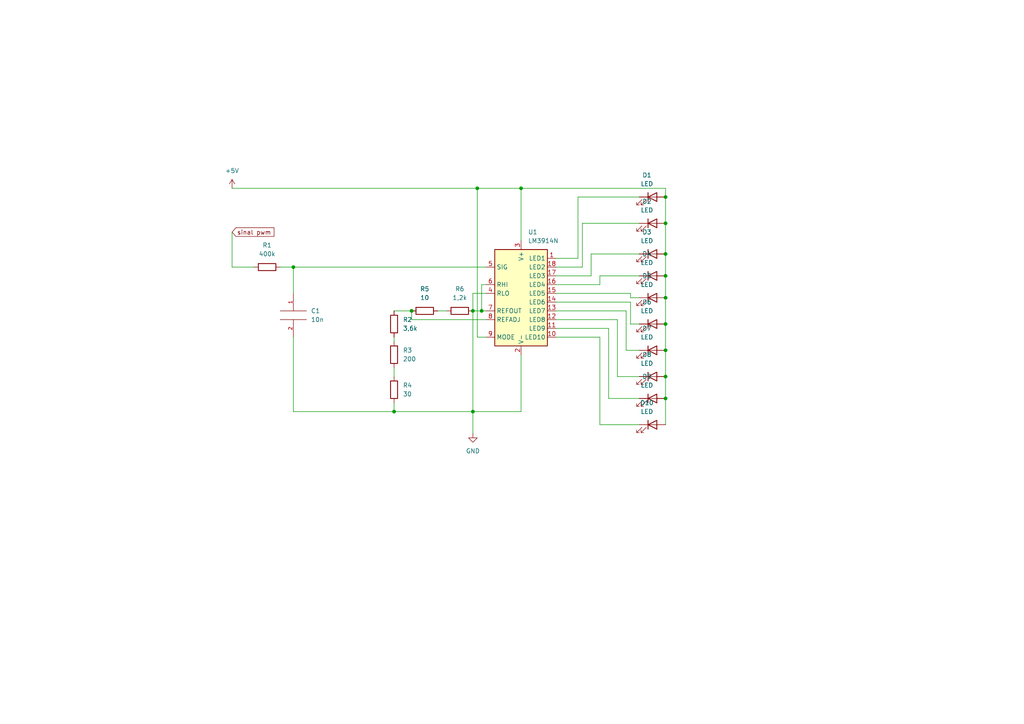
<source format=kicad_sch>
(kicad_sch (version 20211123) (generator eeschema)
  (paper "A4")
  (lib_symbols
    (symbol "Device:LED" (pin_numbers hide) (pin_names (offset 1.016) hide)
      (property "Reference" "D" (at 0 2.54 0))
      (property "Value" "LED" (at 0 -2.54 0))
      (symbol "LED_0_1"
        (polyline (pts (xy -1.27 -1.27) (xy -1.27 1.27)) (stroke (width 0.254)))
        (polyline (pts (xy -1.27 0) (xy 1.27 0)))
        (polyline (pts (xy 1.27 -1.27) (xy 1.27 1.27) (xy -1.27 0) (xy 1.27 -1.27)) (stroke (width 0.254)))
        (polyline (pts (xy -3.048 -0.762) (xy -4.572 -2.286) (xy -3.81 -2.286) (xy -4.572 -2.286) (xy -4.572 -1.524)))
        (polyline (pts (xy -1.778 -0.762) (xy -3.302 -2.286) (xy -2.54 -2.286) (xy -3.302 -2.286) (xy -3.302 -1.524)))
      )
      (symbol "LED_1_1"
        (pin passive line (at -3.81 0 0) (length 2.54) (name "K") (number "1"))
        (pin passive line (at 3.81 0 180) (length 2.54) (name "A") (number "2"))
      )
    )
    (symbol "Device:R" (pin_numbers hide) (pin_names (offset 0))
      (property "Reference" "R" (at 2.032 0 90))
      (property "Value" "R" (at 0 0 90))
      (symbol "R_0_1"
        (rectangle (start -1.016 -2.54) (end 1.016 2.54) (stroke (width 0.254)))
      )
      (symbol "R_1_1"
        (pin passive line (at 0 3.81 270) (length 1.27) (name "~") (number "1"))
        (pin passive line (at 0 -3.81 90) (length 1.27) (name "~") (number "2"))
      )
    )
    (symbol "Driver_LED:LM3914N"
      (property "Reference" "U" (at -6.35 14.224 0))
      (property "Value" "LM3914N" (at 5.588 14.224 0))
      (symbol "LM3914N_0_1"
        (rectangle (start -7.62 12.7) (end 7.62 -15.24) (stroke (width 0.254)) (fill (type background)))
      )
      (symbol "LM3914N_1_1"
        (pin open_collector line (at 10.16 10.16 180) (length 2.54) (name "LED1") (number "1"))
        (pin open_collector line (at 10.16 -12.7 180) (length 2.54) (name "LED10") (number "10"))
        (pin open_collector line (at 10.16 -10.16 180) (length 2.54) (name "LED9") (number "11"))
        (pin open_collector line (at 10.16 -7.62 180) (length 2.54) (name "LED8") (number "12"))
        (pin open_collector line (at 10.16 -5.08 180) (length 2.54) (name "LED7") (number "13"))
        (pin open_collector line (at 10.16 -2.54 180) (length 2.54) (name "LED6") (number "14"))
        (pin open_collector line (at 10.16 0 180) (length 2.54) (name "LED5") (number "15"))
        (pin open_collector line (at 10.16 2.54 180) (length 2.54) (name "LED4") (number "16"))
        (pin open_collector line (at 10.16 5.08 180) (length 2.54) (name "LED3") (number "17"))
        (pin open_collector line (at 10.16 7.62 180) (length 2.54) (name "LED2") (number "18"))
        (pin power_in line (at 0 -17.78 90) (length 2.54) (name "V-") (number "2"))
        (pin power_in line (at 0 15.24 270) (length 2.54) (name "V+") (number "3"))
        (pin input line (at -10.16 0 0) (length 2.54) (name "RLO") (number "4"))
        (pin input line (at -10.16 7.62 0) (length 2.54) (name "SIG") (number "5"))
        (pin input line (at -10.16 2.54 0) (length 2.54) (name "RHI") (number "6"))
        (pin output line (at -10.16 -5.08 0) (length 2.54) (name "REFOUT") (number "7"))
        (pin input line (at -10.16 -7.62 0) (length 2.54) (name "REFADJ") (number "8"))
        (pin input line (at -10.16 -12.7 0) (length 2.54) (name "MODE") (number "9"))
      )
    )
    (symbol "power:+5V" (power) (pin_names (offset 0))
      (property "Value" "+5V" (at 0 3.556 0))
      (symbol "+5V_0_1"
        (polyline (pts (xy -0.762 1.27) (xy 0 2.54)))
        (polyline (pts (xy 0 0) (xy 0 2.54)))
        (polyline (pts (xy 0 2.54) (xy 0.762 1.27)))
      )
      (symbol "+5V_1_1"
        (pin power_in line (at 0 0 90) (length 0) hide (name "+5V") (number "1"))
      )
    )
    (symbol "power:GND" (power) (pin_names (offset 0))
      (property "Value" "GND" (at 0 -3.81 0))
      (symbol "GND_0_1"
        (polyline (pts (xy 0 0) (xy 0 -1.27) (xy 1.27 -1.27) (xy 0 -2.54) (xy -1.27 -1.27) (xy 0 -1.27)))
      )
      (symbol "GND_1_1"
        (pin power_in line (at 0 0 270) (length 0) hide (name "GND") (number "1"))
      )
    )
    (symbol "pspice:CAP" (pin_names (offset 0.254))
      (property "Reference" "C" (at 2.54 3.81 90))
      (property "Value" "CAP" (at 2.54 -3.81 90))
      (symbol "CAP_0_1"
        (polyline (pts (xy -3.81 -1.27) (xy 3.81 -1.27)))
        (polyline (pts (xy -3.81 1.27) (xy 3.81 1.27)))
      )
      (symbol "CAP_1_1"
        (pin passive line (at 0 6.35 270) (length 5.08) (name "~") (number "1"))
        (pin passive line (at 0 -6.35 90) (length 5.08) (name "~") (number "2"))
      )
    )
  )
  (junction (at 193.04 80.01))
  (junction (at 193.04 109.22))
  (junction (at 193.04 101.6))
  (junction (at 193.04 115.57))
  (junction (at 137.16 90.17))
  (junction (at 151.13 54.61))
  (junction (at 119.38 90.17))
  (junction (at 114.3 119.38))
  (junction (at 138.43 54.61))
  (junction (at 137.16 119.38))
  (junction (at 193.04 73.66))
  (junction (at 139.7 90.17))
  (junction (at 193.04 86.36))
  (junction (at 85.09 77.47))
  (junction (at 193.04 93.98))
  (junction (at 193.04 57.15))
  (junction (at 193.04 64.77))
  (wire (pts (xy 171.45 73.66) (xy 171.45 80.01)))
  (wire (pts (xy 193.04 93.98) (xy 193.04 101.6)))
  (wire (pts (xy 161.29 74.93) (xy 167.64 74.93)))
  (wire (pts (xy 140.97 97.79) (xy 138.43 97.79)))
  (wire (pts (xy 137.16 119.38) (xy 151.13 119.38)))
  (wire (pts (xy 85.09 77.47) (xy 85.09 85.09)))
  (wire (pts (xy 193.04 109.22) (xy 193.04 115.57)))
  (wire (pts (xy 185.42 80.01) (xy 173.99 80.01)))
  (wire (pts (xy 173.99 123.19) (xy 173.99 97.79)))
  (wire (pts (xy 185.42 64.77) (xy 168.91 64.77)))
  (wire (pts (xy 161.29 95.25) (xy 176.53 95.25)))
  (wire (pts (xy 185.42 93.98) (xy 182.88 93.98)))
  (wire (pts (xy 140.97 85.09) (xy 137.16 85.09)))
  (wire (pts (xy 114.3 106.68) (xy 114.3 109.22)))
  (wire (pts (xy 173.99 80.01) (xy 173.99 82.55)))
  (wire (pts (xy 173.99 97.79) (xy 161.29 97.79)))
  (wire (pts (xy 114.3 119.38) (xy 137.16 119.38)))
  (wire (pts (xy 193.04 80.01) (xy 193.04 86.36)))
  (wire (pts (xy 127 90.17) (xy 129.54 90.17)))
  (wire (pts (xy 140.97 90.17) (xy 139.7 90.17)))
  (wire (pts (xy 185.42 109.22) (xy 179.07 109.22)))
  (wire (pts (xy 140.97 92.71) (xy 119.38 92.71)))
  (wire (pts (xy 181.61 90.17) (xy 161.29 90.17)))
  (wire (pts (xy 185.42 101.6) (xy 181.61 101.6)))
  (wire (pts (xy 114.3 116.84) (xy 114.3 119.38)))
  (wire (pts (xy 137.16 90.17) (xy 137.16 119.38)))
  (wire (pts (xy 137.16 85.09) (xy 137.16 90.17)))
  (wire (pts (xy 182.88 86.36) (xy 182.88 85.09)))
  (wire (pts (xy 138.43 54.61) (xy 151.13 54.61)))
  (wire (pts (xy 193.04 115.57) (xy 193.04 123.19)))
  (wire (pts (xy 140.97 77.47) (xy 85.09 77.47)))
  (wire (pts (xy 151.13 54.61) (xy 193.04 54.61)))
  (wire (pts (xy 176.53 115.57) (xy 176.53 95.25)))
  (wire (pts (xy 114.3 97.79) (xy 114.3 99.06)))
  (wire (pts (xy 193.04 54.61) (xy 193.04 57.15)))
  (wire (pts (xy 137.16 90.17) (xy 139.7 90.17)))
  (wire (pts (xy 139.7 82.55) (xy 140.97 82.55)))
  (wire (pts (xy 85.09 119.38) (xy 114.3 119.38)))
  (wire (pts (xy 67.31 54.61) (xy 138.43 54.61)))
  (wire (pts (xy 119.38 92.71) (xy 119.38 90.17)))
  (wire (pts (xy 85.09 97.79) (xy 85.09 119.38)))
  (wire (pts (xy 185.42 115.57) (xy 176.53 115.57)))
  (wire (pts (xy 168.91 64.77) (xy 168.91 77.47)))
  (wire (pts (xy 173.99 82.55) (xy 161.29 82.55)))
  (wire (pts (xy 114.3 90.17) (xy 119.38 90.17)))
  (wire (pts (xy 179.07 92.71) (xy 161.29 92.71)))
  (wire (pts (xy 181.61 101.6) (xy 181.61 90.17)))
  (wire (pts (xy 179.07 109.22) (xy 179.07 92.71)))
  (wire (pts (xy 137.16 119.38) (xy 137.16 125.73)))
  (wire (pts (xy 67.31 67.31) (xy 67.31 77.47)))
  (wire (pts (xy 185.42 123.19) (xy 173.99 123.19)))
  (wire (pts (xy 182.88 87.63) (xy 161.29 87.63)))
  (wire (pts (xy 193.04 73.66) (xy 193.04 80.01)))
  (wire (pts (xy 139.7 90.17) (xy 139.7 82.55)))
  (wire (pts (xy 193.04 57.15) (xy 193.04 64.77)))
  (wire (pts (xy 151.13 69.85) (xy 151.13 54.61)))
  (wire (pts (xy 85.09 77.47) (xy 81.28 77.47)))
  (wire (pts (xy 167.64 74.93) (xy 167.64 57.15)))
  (wire (pts (xy 193.04 101.6) (xy 193.04 109.22)))
  (wire (pts (xy 185.42 73.66) (xy 171.45 73.66)))
  (wire (pts (xy 151.13 102.87) (xy 151.13 119.38)))
  (wire (pts (xy 193.04 64.77) (xy 193.04 73.66)))
  (wire (pts (xy 182.88 93.98) (xy 182.88 87.63)))
  (wire (pts (xy 67.31 77.47) (xy 73.66 77.47)))
  (wire (pts (xy 193.04 86.36) (xy 193.04 93.98)))
  (wire (pts (xy 168.91 77.47) (xy 161.29 77.47)))
  (wire (pts (xy 185.42 86.36) (xy 182.88 86.36)))
  (wire (pts (xy 171.45 80.01) (xy 161.29 80.01)))
  (wire (pts (xy 182.88 85.09) (xy 161.29 85.09)))
  (wire (pts (xy 138.43 54.61) (xy 138.43 97.79)))
  (wire (pts (xy 167.64 57.15) (xy 185.42 57.15)))
  (global_label "sinal pwm" (shape input) (at 67.31 67.31 0) (property "Intersheet References" "${INTERSHEET_REFS}" (effects hide)))
  (symbol (lib_id "Device:R") (at 114.3 113.03 0) (unit 1)
    (property "Reference" "R4" (at 116.84 111.7599 0) (effects (justify left)))
    (property "Value" "30" (at 116.84 114.2999 0) (effects (justify left)))
  )
  (symbol (lib_id "power:+5V") (at 67.31 54.61 0) (unit 1)
    (property "Reference" "#PWR0102" (effects hide))
    (property "Value" "+5V" (at 67.31 49.53 0))
  )
  (symbol (lib_id "Driver_LED:LM3914N") (at 151.13 85.09 0) (unit 1)
    (property "Reference" "U1" (at 153.1494 67.31 0) (effects (justify left)))
    (property "Value" "LM3914N" (at 153.1494 69.85 0) (effects (justify left)))
    (property "Footprint" "Package_DIP:DIP-18_W7.62mm" (effects hide))
    (property "Datasheet" "https://www.ti.com/lit/ds/symlink/lm3914.pdf" (effects hide))
  )
  (symbol (lib_id "Device:LED") (at 189.23 80.01 0) (unit 1)
    (property "Reference" "D4" (at 187.6425 73.66 0))
    (property "Value" "LED" (at 187.6425 76.2 0))
  )
  (symbol (lib_id "Device:R") (at 114.3 93.98 0) (unit 1)
    (property "Reference" "R2" (at 116.84 92.7099 0) (effects (justify left)))
    (property "Value" "3,6k" (at 116.84 95.2499 0) (effects (justify left)))
  )
  (symbol (lib_id "Device:LED") (at 189.23 57.15 0) (unit 1)
    (property "Reference" "D1" (at 187.6425 50.8 0))
    (property "Value" "LED" (at 187.6425 53.34 0))
  )
  (symbol (lib_id "Device:LED") (at 189.23 73.66 0) (unit 1)
    (property "Reference" "D3" (at 187.6425 67.31 0))
    (property "Value" "LED" (at 187.6425 69.85 0))
  )
  (symbol (lib_id "Device:R") (at 77.47 77.47 90) (unit 1)
    (property "Reference" "R1" (at 77.47 71.12 90))
    (property "Value" "400k" (at 77.47 73.66 90))
  )
  (symbol (lib_id "power:GND") (at 137.16 125.73 0) (unit 1)
    (property "Reference" "#PWR0101" (effects hide))
    (property "Value" "GND" (at 137.16 130.81 0))
  )
  (symbol (lib_id "pspice:CAP") (at 85.09 91.44 0) (unit 1)
    (property "Reference" "C1" (at 90.17 90.1699 0) (effects (justify left)))
    (property "Value" "10n" (at 90.17 92.7099 0) (effects (justify left)))
  )
  (symbol (lib_id "Device:R") (at 133.35 90.17 90) (unit 1)
    (property "Reference" "R6" (at 133.35 83.82 90))
    (property "Value" "1,2k" (at 133.35 86.36 90))
  )
  (symbol (lib_id "Device:LED") (at 189.23 93.98 0) (unit 1)
    (property "Reference" "D6" (at 187.6425 87.63 0))
    (property "Value" "LED" (at 187.6425 90.17 0))
  )
  (symbol (lib_id "Device:R") (at 114.3 102.87 0) (unit 1)
    (property "Reference" "R3" (at 116.84 101.5999 0) (effects (justify left)))
    (property "Value" "200" (at 116.84 104.1399 0) (effects (justify left)))
  )
  (symbol (lib_id "Device:LED") (at 189.23 115.57 0) (unit 1)
    (property "Reference" "D9" (at 187.6425 109.22 0))
    (property "Value" "LED" (at 187.6425 111.76 0))
  )
  (symbol (lib_id "Device:LED") (at 189.23 109.22 0) (unit 1)
    (property "Reference" "D8" (at 187.6425 102.87 0))
    (property "Value" "LED" (at 187.6425 105.41 0))
  )
  (symbol (lib_id "Device:LED") (at 189.23 64.77 0) (unit 1)
    (property "Reference" "D2" (at 187.6425 58.42 0))
    (property "Value" "LED" (at 187.6425 60.96 0))
  )
  (symbol (lib_id "Device:LED") (at 189.23 123.19 0) (unit 1)
    (property "Reference" "D10" (at 187.6425 116.84 0))
    (property "Value" "LED" (at 187.6425 119.38 0))
  )
  (symbol (lib_id "Device:LED") (at 189.23 101.6 0) (unit 1)
    (property "Reference" "D7" (at 187.6425 95.25 0))
    (property "Value" "LED" (at 187.6425 97.79 0))
  )
  (symbol (lib_id "Device:R") (at 123.19 90.17 90) (unit 1)
    (property "Reference" "R5" (at 123.19 83.82 90))
    (property "Value" "10" (at 123.19 86.36 90))
  )
  (symbol (lib_id "Device:LED") (at 189.23 86.36 0) (unit 1)
    (property "Reference" "D5" (at 187.6425 80.01 0))
    (property "Value" "LED" (at 187.6425 82.55 0))
  )
)
</source>
